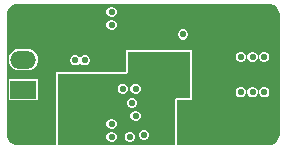
<source format=gbr>
%TF.GenerationSoftware,Altium Limited,Altium Designer,23.5.1 (21)*%
G04 Layer_Physical_Order=3*
G04 Layer_Color=16309136*
%FSLAX45Y45*%
%MOMM*%
%TF.SameCoordinates,DD9E7470-14DF-4C20-BCD2-90D554482088*%
%TF.FilePolarity,Positive*%
%TF.FileFunction,Copper,L3,Inr,Signal*%
%TF.Part,Single*%
G01*
G75*
%TA.AperFunction,ComponentPad*%
%ADD27R,2.20000X1.50000*%
%ADD28O,2.20000X1.50000*%
%TA.AperFunction,ViaPad*%
%ADD29C,0.56000*%
G36*
X1460169Y596157D02*
X1478367Y588619D01*
X1494746Y577675D01*
X1508675Y563746D01*
X1519618Y547368D01*
X1527157Y529169D01*
X1531000Y509849D01*
Y500000D01*
X1530999Y-500001D01*
X1530999Y-509850D01*
X1527156Y-529169D01*
X1519618Y-547368D01*
X1508674Y-563747D01*
X1494746Y-577675D01*
X1478367Y-588619D01*
X1460168Y-596157D01*
X1440849Y-600000D01*
X1431000Y-600000D01*
X659999Y-600000D01*
Y-211000D01*
X785000D01*
Y211000D01*
X229991D01*
Y19997D01*
X-360009D01*
Y-600000D01*
X-689849Y-600000D01*
X-709169Y-596157D01*
X-727368Y-588619D01*
X-743746Y-577675D01*
X-757675Y-563746D01*
X-768619Y-547368D01*
X-776157Y-529169D01*
X-780000Y-509849D01*
Y-500000D01*
X-780000D01*
X-780000Y500000D01*
Y509849D01*
X-776157Y529169D01*
X-768619Y547368D01*
X-757675Y563746D01*
X-743747Y577675D01*
X-727368Y588619D01*
X-709169Y596157D01*
X-689850Y600000D01*
X1440849D01*
X1460169Y596157D01*
D02*
G37*
G36*
X768764Y-194764D02*
X659999D01*
X648519Y-199520D01*
X643764Y-211000D01*
Y-600000D01*
X-343773D01*
Y3761D01*
X229991D01*
X241471Y8517D01*
X246227Y19997D01*
Y194764D01*
X768764D01*
Y-194764D01*
D02*
G37*
%LPC*%
G36*
X115053Y573019D02*
X97947D01*
X82142Y566472D01*
X70046Y554376D01*
X63500Y538572D01*
Y521466D01*
X70046Y505661D01*
X82142Y493565D01*
X97947Y487019D01*
X115053D01*
X130857Y493565D01*
X142953Y505661D01*
X149500Y521466D01*
Y538572D01*
X142953Y554376D01*
X130857Y566472D01*
X115053Y573019D01*
D02*
G37*
G36*
Y463019D02*
X97947D01*
X82142Y456472D01*
X70046Y444376D01*
X63500Y428572D01*
Y411466D01*
X70046Y395661D01*
X82142Y383565D01*
X97947Y377019D01*
X115053D01*
X130857Y383565D01*
X142953Y395661D01*
X149500Y411466D01*
Y428572D01*
X142953Y444376D01*
X130857Y456472D01*
X115053Y463019D01*
D02*
G37*
G36*
X718553Y383000D02*
X701447D01*
X685643Y376454D01*
X673547Y364358D01*
X667000Y348553D01*
Y331447D01*
X673547Y315642D01*
X685643Y303547D01*
X701447Y297000D01*
X718553D01*
X734358Y303547D01*
X746454Y315642D01*
X753000Y331447D01*
Y348553D01*
X746454Y364358D01*
X734358Y376454D01*
X718553Y383000D01*
D02*
G37*
G36*
X-111447Y163000D02*
X-128553D01*
X-144358Y156454D01*
X-151766Y149046D01*
X-160002Y145765D01*
X-168260Y149041D01*
X-175661Y156441D01*
X-191465Y162988D01*
X-208572D01*
X-224376Y156441D01*
X-236472Y144345D01*
X-243019Y128541D01*
Y111435D01*
X-236472Y95630D01*
X-224376Y83534D01*
X-208572Y76988D01*
X-191465D01*
X-175661Y83534D01*
X-168253Y90942D01*
X-160017Y94223D01*
X-151758Y90947D01*
X-144358Y83546D01*
X-128553Y77000D01*
X-111447D01*
X-95642Y83546D01*
X-83546Y95642D01*
X-77000Y111447D01*
Y128553D01*
X-83546Y144358D01*
X-95642Y156454D01*
X-111447Y163000D01*
D02*
G37*
G36*
X1408553Y193000D02*
X1391447D01*
X1375642Y186454D01*
X1363546Y174358D01*
X1357000Y158553D01*
Y141447D01*
X1363546Y125642D01*
X1375642Y113546D01*
X1391447Y107000D01*
X1408553D01*
X1424358Y113546D01*
X1436454Y125642D01*
X1443000Y141447D01*
Y158553D01*
X1436454Y174358D01*
X1424358Y186454D01*
X1408553Y193000D01*
D02*
G37*
G36*
X1308553D02*
X1291447D01*
X1275642Y186454D01*
X1263546Y174358D01*
X1257000Y158553D01*
Y141447D01*
X1263546Y125642D01*
X1275642Y113546D01*
X1291447Y107000D01*
X1308553D01*
X1324358Y113546D01*
X1336454Y125642D01*
X1343000Y141447D01*
Y158553D01*
X1336454Y174358D01*
X1324358Y186454D01*
X1308553Y193000D01*
D02*
G37*
G36*
X1208553D02*
X1191447D01*
X1175642Y186454D01*
X1163546Y174358D01*
X1157000Y158553D01*
Y141447D01*
X1163546Y125642D01*
X1175642Y113546D01*
X1191447Y107000D01*
X1208553D01*
X1224357Y113546D01*
X1236453Y125642D01*
X1243000Y141447D01*
Y158553D01*
X1236453Y174358D01*
X1224357Y186454D01*
X1208553Y193000D01*
D02*
G37*
G36*
X-605000Y217776D02*
X-675000D01*
X-698495Y214683D01*
X-720388Y205615D01*
X-739189Y191189D01*
X-753615Y172388D01*
X-762683Y150495D01*
X-765776Y127000D01*
X-762683Y103505D01*
X-753615Y81612D01*
X-739189Y62811D01*
X-720388Y48385D01*
X-698495Y39317D01*
X-675000Y36224D01*
X-605000D01*
X-581505Y39317D01*
X-559612Y48385D01*
X-540811Y62811D01*
X-526385Y81612D01*
X-517317Y103505D01*
X-514224Y127000D01*
X-517317Y150495D01*
X-526385Y172388D01*
X-540811Y191189D01*
X-559612Y205615D01*
X-581505Y214683D01*
X-605000Y217776D01*
D02*
G37*
G36*
X1408553Y-107000D02*
X1391447D01*
X1375642Y-113546D01*
X1363546Y-125642D01*
X1357000Y-141447D01*
Y-158553D01*
X1363546Y-174358D01*
X1375642Y-186454D01*
X1391447Y-193000D01*
X1408553D01*
X1424358Y-186454D01*
X1436454Y-174358D01*
X1443000Y-158553D01*
Y-141447D01*
X1436454Y-125642D01*
X1424358Y-113546D01*
X1408553Y-107000D01*
D02*
G37*
G36*
X1308553D02*
X1291447D01*
X1275642Y-113546D01*
X1263546Y-125642D01*
X1257000Y-141447D01*
Y-158553D01*
X1263546Y-174358D01*
X1275642Y-186454D01*
X1291447Y-193000D01*
X1308553D01*
X1324358Y-186454D01*
X1336454Y-174358D01*
X1343000Y-158553D01*
Y-141447D01*
X1336454Y-125642D01*
X1324358Y-113546D01*
X1308553Y-107000D01*
D02*
G37*
G36*
X1208553D02*
X1191447D01*
X1175642Y-113546D01*
X1163546Y-125642D01*
X1157000Y-141447D01*
Y-158553D01*
X1163546Y-174358D01*
X1175642Y-186454D01*
X1191447Y-193000D01*
X1208553D01*
X1224357Y-186454D01*
X1236453Y-174358D01*
X1243000Y-158553D01*
Y-141447D01*
X1236453Y-125642D01*
X1224357Y-113546D01*
X1208553Y-107000D01*
D02*
G37*
G36*
X-515000Y-37000D02*
X-765000D01*
Y-217000D01*
X-515000D01*
Y-37000D01*
D02*
G37*
G36*
X318553Y-77000D02*
X301447D01*
X285642Y-83546D01*
X273546Y-95642D01*
X267000Y-111447D01*
Y-128553D01*
X273546Y-144357D01*
X285642Y-156453D01*
X301447Y-163000D01*
X318553D01*
X334357Y-156453D01*
X346453Y-144357D01*
X353000Y-128553D01*
Y-111447D01*
X346453Y-95642D01*
X334357Y-83546D01*
X318553Y-77000D01*
D02*
G37*
G36*
X208553Y-77000D02*
X191447D01*
X175643Y-83546D01*
X163547Y-95642D01*
X157000Y-111447D01*
Y-128553D01*
X163547Y-144358D01*
X175643Y-156454D01*
X191447Y-163000D01*
X208553D01*
X224358Y-156454D01*
X236454Y-144358D01*
X243000Y-128553D01*
Y-111447D01*
X236454Y-95642D01*
X224358Y-83546D01*
X208553Y-77000D01*
D02*
G37*
G36*
X288553Y-197000D02*
X271447D01*
X255642Y-203546D01*
X243546Y-215642D01*
X237000Y-231447D01*
Y-248553D01*
X243546Y-264358D01*
X255642Y-276454D01*
X271447Y-283000D01*
X288553D01*
X304358Y-276454D01*
X316454Y-264358D01*
X323000Y-248553D01*
Y-231447D01*
X316454Y-215642D01*
X304358Y-203546D01*
X288553Y-197000D01*
D02*
G37*
G36*
X318553Y-307000D02*
X301447D01*
X285642Y-313546D01*
X273546Y-325642D01*
X267000Y-341447D01*
Y-358553D01*
X273546Y-374358D01*
X285642Y-386454D01*
X301447Y-393000D01*
X318553D01*
X334357Y-386454D01*
X346453Y-374358D01*
X353000Y-358553D01*
Y-341447D01*
X346453Y-325642D01*
X334357Y-313546D01*
X318553Y-307000D01*
D02*
G37*
G36*
X115041Y-377000D02*
X97935D01*
X82130Y-383546D01*
X70034Y-395642D01*
X63488Y-411447D01*
Y-428553D01*
X70034Y-444358D01*
X82130Y-456453D01*
X97935Y-463000D01*
X115041D01*
X130845Y-456453D01*
X142941Y-444358D01*
X149488Y-428553D01*
Y-411447D01*
X142941Y-395642D01*
X130845Y-383546D01*
X115041Y-377000D01*
D02*
G37*
G36*
X388553Y-467000D02*
X371447D01*
X355642Y-473546D01*
X343546Y-485642D01*
X337000Y-501447D01*
Y-518553D01*
X343546Y-534358D01*
X355642Y-546454D01*
X371447Y-553000D01*
X388553D01*
X404358Y-546454D01*
X416454Y-534358D01*
X423000Y-518553D01*
Y-501447D01*
X416454Y-485642D01*
X404358Y-473546D01*
X388553Y-467000D01*
D02*
G37*
G36*
X115041Y-487000D02*
X97935D01*
X82130Y-493546D01*
X70034Y-505642D01*
X63488Y-521447D01*
Y-538553D01*
X70034Y-554358D01*
X82130Y-566454D01*
X97935Y-573000D01*
X115041D01*
X130845Y-566454D01*
X142941Y-554358D01*
X149488Y-538553D01*
Y-521447D01*
X142941Y-505642D01*
X130845Y-493546D01*
X115041Y-487000D01*
D02*
G37*
G36*
X268553Y-487000D02*
X251447D01*
X235642Y-493547D01*
X223546Y-505643D01*
X217000Y-521447D01*
Y-538553D01*
X223546Y-554358D01*
X235642Y-566454D01*
X251447Y-573000D01*
X268553D01*
X284357Y-566454D01*
X296453Y-554358D01*
X303000Y-538553D01*
Y-521447D01*
X296453Y-505643D01*
X284357Y-493547D01*
X268553Y-487000D01*
D02*
G37*
%LPD*%
D27*
X-640000Y-127000D02*
D03*
D28*
Y127000D02*
D03*
D29*
X-120000Y120000D02*
D03*
X710000Y340000D02*
D03*
X-133488Y530019D02*
D03*
X1200000Y-150000D02*
D03*
X1300000D02*
D03*
X1400000D02*
D03*
Y150000D02*
D03*
X1300000D02*
D03*
X1200000D02*
D03*
X709999Y-254000D02*
D03*
X710000Y-127000D02*
D03*
X710000Y254000D02*
D03*
X710000Y127000D02*
D03*
X310000Y-350000D02*
D03*
X380000Y-510000D02*
D03*
X280000Y-240000D02*
D03*
X310000Y-120000D02*
D03*
X-390009Y-379990D02*
D03*
X200000Y-120000D02*
D03*
X909991Y-349990D02*
D03*
Y-509991D02*
D03*
X106500Y530019D02*
D03*
Y420019D02*
D03*
X106488Y-420000D02*
D03*
X-133500Y-530000D02*
D03*
X-299991Y-119990D02*
D03*
X-200000Y-120000D02*
D03*
X-200019Y119988D02*
D03*
X199981D02*
D03*
X260000Y-530000D02*
D03*
X106488Y-530000D02*
D03*
%TF.MD5,cf1009dd4a1200215dbe4d92f1e4680a*%
M02*

</source>
